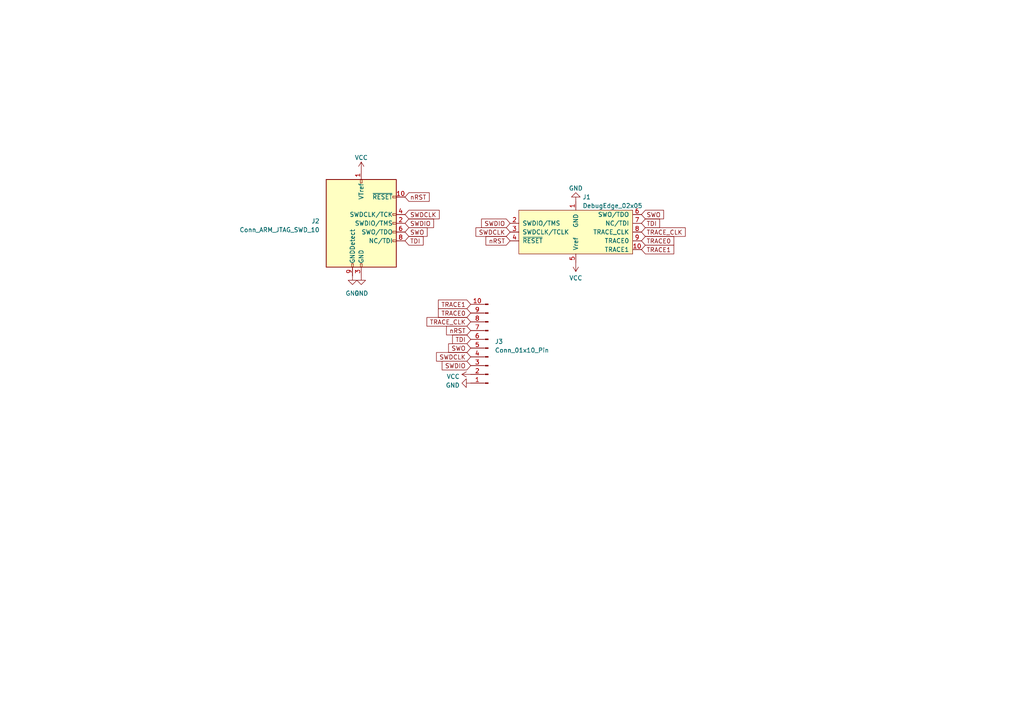
<source format=kicad_sch>
(kicad_sch (version 20230121) (generator eeschema)
  (paper "A4")
  (lib_symbols
    (symbol "Connector:Conn_01x10_Pin" (pin_names (offset 1.016) hide)
      (property "Reference" "J" (at 0 12.7 0))
      (property "Value" "Conn_01x10_Pin" (at 0 -15.24 0))
      (symbol "Conn_01x10_Pin_1_1"
        (polyline (pts (xy 1.27 -12.7) (xy 0.8636 -12.7)) (stroke (width 0.1524)))
        (polyline (pts (xy 1.27 -10.16) (xy 0.8636 -10.16)) (stroke (width 0.1524)))
        (polyline (pts (xy 1.27 -7.62) (xy 0.8636 -7.62)) (stroke (width 0.1524)))
        (polyline (pts (xy 1.27 -5.08) (xy 0.8636 -5.08)) (stroke (width 0.1524)))
        (polyline (pts (xy 1.27 -2.54) (xy 0.8636 -2.54)) (stroke (width 0.1524)))
        (polyline (pts (xy 1.27 0) (xy 0.8636 0)) (stroke (width 0.1524)))
        (polyline (pts (xy 1.27 2.54) (xy 0.8636 2.54)) (stroke (width 0.1524)))
        (polyline (pts (xy 1.27 5.08) (xy 0.8636 5.08)) (stroke (width 0.1524)))
        (polyline (pts (xy 1.27 7.62) (xy 0.8636 7.62)) (stroke (width 0.1524)))
        (polyline (pts (xy 1.27 10.16) (xy 0.8636 10.16)) (stroke (width 0.1524)))
        (rectangle (start 0.8636 -12.573) (end 0 -12.827) (stroke (width 0.1524)) (fill (type outline)))
        (rectangle (start 0.8636 -10.033) (end 0 -10.287) (stroke (width 0.1524)) (fill (type outline)))
        (rectangle (start 0.8636 -7.493) (end 0 -7.747) (stroke (width 0.1524)) (fill (type outline)))
        (rectangle (start 0.8636 -4.953) (end 0 -5.207) (stroke (width 0.1524)) (fill (type outline)))
        (rectangle (start 0.8636 -2.413) (end 0 -2.667) (stroke (width 0.1524)) (fill (type outline)))
        (rectangle (start 0.8636 0.127) (end 0 -0.127) (stroke (width 0.1524)) (fill (type outline)))
        (rectangle (start 0.8636 2.667) (end 0 2.413) (stroke (width 0.1524)) (fill (type outline)))
        (rectangle (start 0.8636 5.207) (end 0 4.953) (stroke (width 0.1524)) (fill (type outline)))
        (rectangle (start 0.8636 7.747) (end 0 7.493) (stroke (width 0.1524)) (fill (type outline)))
        (rectangle (start 0.8636 10.287) (end 0 10.033) (stroke (width 0.1524)) (fill (type outline)))
        (pin passive line (at 5.08 10.16 180) (length 3.81) (name "Pin_1") (number "1"))
        (pin passive line (at 5.08 -12.7 180) (length 3.81) (name "Pin_10") (number "10"))
        (pin passive line (at 5.08 7.62 180) (length 3.81) (name "Pin_2") (number "2"))
        (pin passive line (at 5.08 5.08 180) (length 3.81) (name "Pin_3") (number "3"))
        (pin passive line (at 5.08 2.54 180) (length 3.81) (name "Pin_4") (number "4"))
        (pin passive line (at 5.08 0 180) (length 3.81) (name "Pin_5") (number "5"))
        (pin passive line (at 5.08 -2.54 180) (length 3.81) (name "Pin_6") (number "6"))
        (pin passive line (at 5.08 -5.08 180) (length 3.81) (name "Pin_7") (number "7"))
        (pin passive line (at 5.08 -7.62 180) (length 3.81) (name "Pin_8") (number "8"))
        (pin passive line (at 5.08 -10.16 180) (length 3.81) (name "Pin_9") (number "9"))
      )
    )
    (symbol "Connector:Conn_ARM_JTAG_SWD_10" (pin_names (offset 1.016))
      (property "Reference" "J" (at -2.54 16.51 0))
      (property "Value" "Conn_ARM_JTAG_SWD_10" (at -2.54 13.97 0))
      (symbol "Conn_ARM_JTAG_SWD_10_0_1"
        (rectangle (start -10.16 12.7) (end 10.16 -12.7) (stroke (width 0.254)) (fill (type background)))
        (rectangle (start -2.794 -12.7) (end -2.286 -11.684))
        (rectangle (start -0.254 -12.7) (end 0.254 -11.684))
        (rectangle (start -0.254 12.7) (end 0.254 11.684))
        (rectangle (start 9.144 2.286) (end 10.16 2.794))
        (rectangle (start 10.16 -2.794) (end 9.144 -2.286))
        (rectangle (start 10.16 -0.254) (end 9.144 0.254))
        (rectangle (start 10.16 7.874) (end 9.144 7.366))
      )
      (symbol "Conn_ARM_JTAG_SWD_10_1_1"
        (rectangle (start 9.144 -5.334) (end 10.16 -4.826))
        (pin power_in line (at 0 15.24 270) (length 2.54) (name "VTref") (number "1"))
        (pin open_collector line (at 12.7 7.62 180) (length 2.54) (name "~{RESET}") (number "10"))
        (pin bidirectional line (at 12.7 0 180) (length 2.54) (name "SWDIO/TMS") (number "2"))
        (pin power_in line (at 0 -15.24 90) (length 2.54) (name "GND") (number "3"))
        (pin output line (at 12.7 2.54 180) (length 2.54) (name "SWDCLK/TCK") (number "4"))
        (pin passive line (at 0 -15.24 90) (length 2.54) hide (name "GND") (number "5"))
        (pin input line (at 12.7 -2.54 180) (length 2.54) (name "SWO/TDO") (number "6"))
        (pin no_connect line (at -10.16 0 0) (length 2.54) hide (name "KEY") (number "7"))
        (pin output line (at 12.7 -5.08 180) (length 2.54) (name "NC/TDI") (number "8"))
        (pin passive line (at -2.54 -15.24 90) (length 2.54) (name "GNDDetect") (number "9"))
      )
    )
    (symbol "Connector_DebugEdge:DebugEdge_02x05" (pin_names (offset 1.016))
      (property "Reference" "J" (at -10.16 7.62 0))
      (property "Value" "DebugEdge_02x05" (at 11.43 7.62 0))
      (symbol "DebugEdge_02x05_0_1"
        (rectangle (start -16.51 6.35) (end 16.51 -6.35) (fill (type background)))
      )
      (symbol "DebugEdge_02x05_1_1"
        (pin power_in line (at 0 8.89 270) (length 2.54) (name "GND") (number "1"))
        (pin bidirectional line (at 19.05 -5.08 180) (length 2.54) (name "TRACE1") (number "10"))
        (pin bidirectional line (at -19.05 2.54 0) (length 2.54) (name "SWDIO/TMS") (number "2"))
        (pin bidirectional line (at -19.05 0 0) (length 2.54) (name "SWDCLK/TCLK") (number "3"))
        (pin bidirectional line (at -19.05 -2.54 0) (length 2.54) (name "~{RESET}") (number "4"))
        (pin power_in line (at 0 -8.89 90) (length 2.54) (name "Vref") (number "5"))
        (pin bidirectional line (at 19.05 5.08 180) (length 2.54) (name "SWO/TDO") (number "6"))
        (pin bidirectional line (at 19.05 2.54 180) (length 2.54) (name "NC/TDI") (number "7"))
        (pin bidirectional line (at 19.05 0 180) (length 2.54) (name "TRACE_CLK") (number "8"))
        (pin bidirectional line (at 19.05 -2.54 180) (length 2.54) (name "TRACE0") (number "9"))
      )
    )
    (symbol "power:GND" (power) (pin_names (offset 0))
      (property "Value" "GND" (at 0 -3.81 0))
      (symbol "GND_0_1"
        (polyline (pts (xy 0 0) (xy 0 -1.27) (xy 1.27 -1.27) (xy 0 -2.54) (xy -1.27 -1.27) (xy 0 -1.27)))
      )
      (symbol "GND_1_1"
        (pin power_in line (at 0 0 270) (length 0) hide (name "GND") (number "1"))
      )
    )
    (symbol "power:VCC" (power) (pin_names (offset 0))
      (property "Value" "VCC" (at 0 3.81 0))
      (symbol "VCC_0_1"
        (polyline (pts (xy -0.762 1.27) (xy 0 2.54)))
        (polyline (pts (xy 0 0) (xy 0 2.54)))
        (polyline (pts (xy 0 2.54) (xy 0.762 1.27)))
      )
      (symbol "VCC_1_1"
        (pin power_in line (at 0 0 90) (length 0) hide (name "VCC") (number "1"))
      )
    )
  )
  (global_label "nRST" (shape input) (at 147.955 69.85 180) (property "Intersheetrefs" "${INTERSHEET_REFS}" (effects hide)))
  (global_label "TRACE1" (shape input) (at 186.055 72.39 0) (property "Intersheetrefs" "${INTERSHEET_REFS}" (effects hide)))
  (global_label "nRST" (shape input) (at 117.475 57.15 0) (property "Intersheetrefs" "${INTERSHEET_REFS}" (effects hide)))
  (global_label "TRACE_CLK" (shape input) (at 186.055 67.31 0) (property "Intersheetrefs" "${INTERSHEET_REFS}" (effects hide)))
  (global_label "SWDIO" (shape input) (at 117.475 64.77 0) (property "Intersheetrefs" "${INTERSHEET_REFS}" (effects hide)))
  (global_label "TRACE0" (shape input) (at 136.525 90.805 180) (property "Intersheetrefs" "${INTERSHEET_REFS}" (effects hide)))
  (global_label "TDI" (shape input) (at 186.055 64.77 0) (property "Intersheetrefs" "${INTERSHEET_REFS}" (effects hide)))
  (global_label "SWO" (shape input) (at 186.055 62.23 0) (property "Intersheetrefs" "${INTERSHEET_REFS}" (effects hide)))
  (global_label "SWDIO" (shape input) (at 147.955 64.77 180) (property "Intersheetrefs" "${INTERSHEET_REFS}" (effects hide)))
  (global_label "TRACE_CLK" (shape input) (at 136.525 93.345 180) (property "Intersheetrefs" "${INTERSHEET_REFS}" (effects hide)))
  (global_label "SWO" (shape input) (at 136.525 100.965 180) (property "Intersheetrefs" "${INTERSHEET_REFS}" (effects hide)))
  (global_label "TDI" (shape input) (at 117.475 69.85 0) (property "Intersheetrefs" "${INTERSHEET_REFS}" (effects hide)))
  (global_label "TRACE0" (shape input) (at 186.055 69.85 0) (property "Intersheetrefs" "${INTERSHEET_REFS}" (effects hide)))
  (global_label "SWDCLK" (shape input) (at 147.955 67.31 180) (property "Intersheetrefs" "${INTERSHEET_REFS}" (effects hide)))
  (global_label "SWO" (shape input) (at 117.475 67.31 0) (property "Intersheetrefs" "${INTERSHEET_REFS}" (effects hide)))
  (global_label "nRST" (shape input) (at 136.525 95.885 180) (property "Intersheetrefs" "${INTERSHEET_REFS}" (effects hide)))
  (global_label "TDI" (shape input) (at 136.525 98.425 180) (property "Intersheetrefs" "${INTERSHEET_REFS}" (effects hide)))
  (global_label "SWDIO" (shape input) (at 136.525 106.045 180) (property "Intersheetrefs" "${INTERSHEET_REFS}" (effects hide)))
  (global_label "SWDCLK" (shape input) (at 136.525 103.505 180) (property "Intersheetrefs" "${INTERSHEET_REFS}" (effects hide)))
  (global_label "SWDCLK" (shape input) (at 117.475 62.23 0) (property "Intersheetrefs" "${INTERSHEET_REFS}" (effects hide)))
  (global_label "TRACE1" (shape input) (at 136.525 88.265 180) (property "Intersheetrefs" "${INTERSHEET_REFS}" (effects hide)))
  (symbol (lib_id "Connector:Conn_01x10_Pin") (at 141.605 100.965 180) (unit 1)
    (property "Reference" "J3" (at 143.51 99.06 0) (effects (justify right)))
    (property "Value" "Conn_01x10_Pin" (at 143.51 101.6 0) (effects (justify right)))
    (property "Footprint" "Connector_PinHeader_2.54mm:PinHeader_1x10_P2.54mm_Vertical" (effects hide))
  )
  (symbol (lib_id "power:GND") (at 102.235 80.01 0) (unit 1)
    (property "Reference" "#PWR07" (effects hide))
    (property "Value" "GND" (at 102.235 85.09 0))
  )
  (symbol (lib_id "power:GND") (at 104.775 80.01 0) (unit 1)
    (property "Reference" "#PWR03" (effects hide))
    (property "Value" "GND" (at 104.775 85.09 0))
  )
  (symbol (lib_id "Connector:Conn_ARM_JTAG_SWD_10") (at 104.775 64.77 0) (unit 1)
    (property "Reference" "J2" (at 92.71 64.135 0) (effects (justify right)))
    (property "Value" "Conn_ARM_JTAG_SWD_10" (at 92.71 66.675 0) (effects (justify right)))
    (property "Footprint" "Connector_PinHeader_1.27mm:PinHeader_2x05_P1.27mm_Vertical_SMD" (effects hide))
    (property "Datasheet" "http://infocenter.arm.com/help/topic/com.arm.doc.ddi0314h/DDI0314H_coresight_components_trm.pdf" (effects hide))
  )
  (symbol (lib_id "power:VCC") (at 136.525 108.585 90) (unit 1)
    (property "Reference" "#PWR04" (effects hide))
    (property "Value" "VCC" (at 133.35 109.22 90) (effects (justify left)))
  )
  (symbol (lib_id "power:VCC") (at 167.005 76.2 180) (unit 1)
    (property "Reference" "#PWR05" (effects hide))
    (property "Value" "VCC" (at 167.005 80.645 0))
  )
  (symbol (lib_id "Connector_DebugEdge:DebugEdge_02x05") (at 167.005 67.31 0) (unit 1)
    (property "Reference" "J1" (at 168.9609 57.15 0) (effects (justify left)))
    (property "Value" "DebugEdge_02x05" (at 168.9609 59.69 0) (effects (justify left)))
    (property "Footprint" "DebugEdge:DebugEdge_2x05_Host" (effects hide))
  )
  (symbol (lib_id "power:GND") (at 167.005 58.42 180) (unit 1)
    (property "Reference" "#PWR02" (effects hide))
    (property "Value" "GND" (at 167.005 54.61 0))
  )
  (symbol (lib_id "power:GND") (at 136.525 111.125 270) (unit 1)
    (property "Reference" "#PWR01" (effects hide))
    (property "Value" "GND" (at 133.35 111.76 90) (effects (justify right)))
  )
  (symbol (lib_id "power:VCC") (at 104.775 49.53 0) (unit 1)
    (property "Reference" "#PWR06" (effects hide))
    (property "Value" "VCC" (at 104.775 45.72 0))
  )
)
</source>
